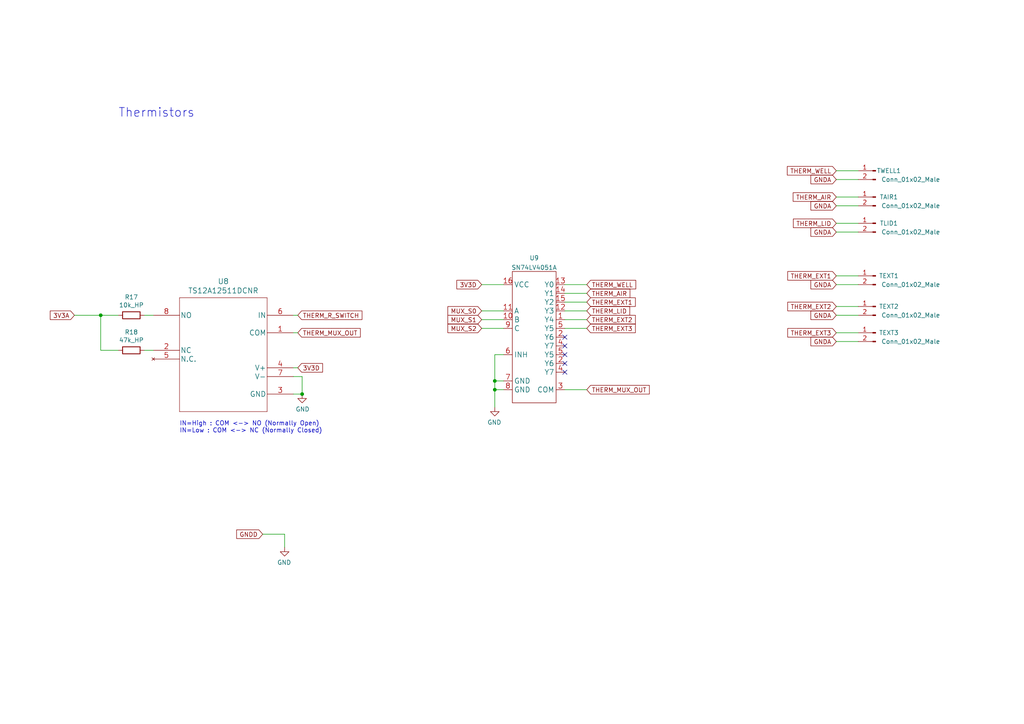
<source format=kicad_sch>
(kicad_sch (version 20211123) (generator eeschema)
  (paper "A4")
  (lib_symbols
    (symbol "Connector:Conn_01x02_Male" (pin_names (offset 1.016) hide)
      (property "Reference" "J" (at 0 2.54 0))
      (property "Value" "Conn_01x02_Male" (at 0 -5.08 0))
      (symbol "Conn_01x02_Male_1_1"
        (polyline (pts (xy 1.27 -2.54) (xy 0.8636 -2.54)) (stroke (width 0.1524)))
        (polyline (pts (xy 1.27 0) (xy 0.8636 0)) (stroke (width 0.1524)))
        (rectangle (start 0.8636 -2.413) (end 0 -2.667) (stroke (width 0.1524)) (fill (type outline)))
        (rectangle (start 0.8636 0.127) (end 0 -0.127) (stroke (width 0.1524)) (fill (type outline)))
        (pin passive line (at 5.08 0 180) (length 3.81) (name "Pin_1") (number "1"))
        (pin passive line (at 5.08 -2.54 180) (length 3.81) (name "Pin_2") (number "2"))
      )
    )
    (symbol "Device:R" (pin_numbers hide) (pin_names (offset 0))
      (property "Reference" "R" (at 2.032 0 90))
      (property "Value" "R" (at 0 0 90))
      (symbol "R_0_1"
        (rectangle (start -1.016 -2.54) (end 1.016 2.54) (stroke (width 0.254)))
      )
      (symbol "R_1_1"
        (pin passive line (at 0 3.81 270) (length 1.27) (name "~") (number "1"))
        (pin passive line (at 0 -3.81 90) (length 1.27) (name "~") (number "2"))
      )
    )
    (symbol "Ninja-qPCR:SN74LV4051A"
      (property "Reference" "U" (at -6.35 5.08 0))
      (property "Value" "SN74LV4051A" (at -6.35 -35.56 0))
      (symbol "SN74LV4051A_0_1"
        (rectangle (start -12.7 3.81) (end 0 -34.29) (stroke (width 0.1524)))
      )
      (symbol "SN74LV4051A_1_1"
        (pin power_in line (at -15.24 -10.16 0) (length 2.54) (name "Y4") (number "1"))
        (pin power_in line (at 2.54 -10.16 180) (length 2.54) (name "B") (number "10"))
        (pin power_in line (at 2.54 -7.62 180) (length 2.54) (name "A") (number "11"))
        (pin power_in line (at -15.24 -7.62 0) (length 2.54) (name "Y3") (number "12"))
        (pin power_in line (at -15.24 0 0) (length 2.54) (name "Y0") (number "13"))
        (pin power_in line (at -15.24 -2.54 0) (length 2.54) (name "Y1") (number "14"))
        (pin power_in line (at -15.24 -5.08 0) (length 2.54) (name "Y2") (number "15"))
        (pin power_in line (at 2.54 0 180) (length 2.54) (name "VCC") (number "16"))
        (pin power_in line (at -15.24 -22.86 0) (length 2.54) (name "Y6") (number "2"))
        (pin power_in line (at -15.24 -15.24 0) (length 2.54) (name "Y6") (number "2"))
        (pin power_in line (at -15.24 -30.48 0) (length 2.54) (name "COM") (number "3"))
        (pin power_in line (at -15.24 -25.4 0) (length 2.54) (name "Y7") (number "4"))
        (pin power_in line (at -15.24 -17.78 0) (length 2.54) (name "Y7") (number "4"))
        (pin power_in line (at -15.24 -20.32 0) (length 2.54) (name "Y5") (number "5"))
        (pin power_in line (at -15.24 -12.7 0) (length 2.54) (name "Y5") (number "5"))
        (pin power_in line (at 2.54 -20.32 180) (length 2.54) (name "INH") (number "6"))
        (pin power_in line (at 2.54 -27.94 180) (length 2.54) (name "GND") (number "7"))
        (pin power_in line (at 2.54 -30.48 180) (length 2.54) (name "GND") (number "8"))
        (pin power_in line (at 2.54 -12.7 180) (length 2.54) (name "C") (number "9"))
      )
    )
    (symbol "Ninja-qPCR:TS12A12511DCNR" (pin_names (offset 0.254))
      (property "Reference" "U" (at 20.32 10.16 0))
      (property "Value" "Ninja-qPCR_TS12A12511DCNR" (at 20.32 7.62 0))
      (symbol "TS12A12511DCNR_1_1"
        (polyline (pts (xy 7.62 -27.94) (xy 33.02 -27.94)) (stroke (width 0.127)))
        (polyline (pts (xy 7.62 5.08) (xy 7.62 -27.94)) (stroke (width 0.127)))
        (polyline (pts (xy 33.02 -27.94) (xy 33.02 5.08)) (stroke (width 0.127)))
        (polyline (pts (xy 33.02 5.08) (xy 7.62 5.08)) (stroke (width 0.127)))
        (pin bidirectional line (at 0 -5.08 0) (length 7.62) (name "COM") (number "1"))
        (pin output line (at 40.64 -10.16 180) (length 7.62) (name "NC") (number "2"))
        (pin power_in line (at 0 -22.86 0) (length 7.62) (name "GND") (number "3"))
        (pin power_in line (at 0 -15.24 0) (length 7.62) (name "V+") (number "4"))
        (pin no_connect line (at 40.64 -12.7 180) (length 7.62) (name "N.C.") (number "5"))
        (pin input line (at 0 0 0) (length 7.62) (name "IN") (number "6"))
        (pin power_in line (at 0 -17.78 0) (length 7.62) (name "V-") (number "7"))
        (pin output line (at 40.64 0 180) (length 7.62) (name "NO") (number "8"))
      )
    )
    (symbol "power:GND" (power) (pin_names (offset 0))
      (property "Value" "GND" (at 0 -3.81 0))
      (symbol "GND_0_1"
        (polyline (pts (xy 0 0) (xy 0 -1.27) (xy 1.27 -1.27) (xy 0 -2.54) (xy -1.27 -1.27) (xy 0 -1.27)))
      )
      (symbol "GND_1_1"
        (pin power_in line (at 0 0 270) (length 0) hide (name "GND") (number "1"))
      )
    )
  )
  (junction (at 29.21 91.44))
  (junction (at 143.51 113.03))
  (junction (at 87.63 114.3))
  (junction (at 143.51 110.49))
  (no_connect (at 163.83 97.79))
  (no_connect (at 163.83 100.33))
  (no_connect (at 163.83 102.87))
  (no_connect (at 163.83 105.41))
  (no_connect (at 163.83 107.95))
  (wire (pts (xy 34.29 101.6) (xy 29.21 101.6)))
  (wire (pts (xy 242.57 49.53) (xy 248.92 49.53)))
  (wire (pts (xy 248.92 82.55) (xy 242.57 82.55)))
  (wire (pts (xy 143.51 113.03) (xy 143.51 118.11)))
  (wire (pts (xy 242.57 64.77) (xy 248.92 64.77)))
  (wire (pts (xy 242.57 96.52) (xy 248.92 96.52)))
  (wire (pts (xy 248.92 67.31) (xy 242.57 67.31)))
  (wire (pts (xy 163.83 85.09) (xy 170.18 85.09)))
  (wire (pts (xy 242.57 80.01) (xy 248.92 80.01)))
  (wire (pts (xy 143.51 102.87) (xy 143.51 110.49)))
  (wire (pts (xy 242.57 88.9) (xy 248.92 88.9)))
  (wire (pts (xy 146.05 92.71) (xy 139.7 92.71)))
  (wire (pts (xy 242.57 91.44) (xy 248.92 91.44)))
  (wire (pts (xy 21.59 91.44) (xy 29.21 91.44)))
  (wire (pts (xy 163.83 82.55) (xy 170.18 82.55)))
  (wire (pts (xy 76.2 154.94) (xy 82.55 154.94)))
  (wire (pts (xy 143.51 113.03) (xy 146.05 113.03)))
  (wire (pts (xy 87.63 109.22) (xy 87.63 114.3)))
  (wire (pts (xy 85.09 96.52) (xy 86.36 96.52)))
  (wire (pts (xy 163.83 90.17) (xy 170.18 90.17)))
  (wire (pts (xy 87.63 114.3) (xy 85.09 114.3)))
  (wire (pts (xy 139.7 82.55) (xy 146.05 82.55)))
  (wire (pts (xy 85.09 109.22) (xy 87.63 109.22)))
  (wire (pts (xy 44.45 91.44) (xy 41.91 91.44)))
  (wire (pts (xy 146.05 95.25) (xy 139.7 95.25)))
  (wire (pts (xy 143.51 110.49) (xy 146.05 110.49)))
  (wire (pts (xy 146.05 90.17) (xy 139.7 90.17)))
  (wire (pts (xy 242.57 52.07) (xy 248.92 52.07)))
  (wire (pts (xy 163.83 92.71) (xy 170.18 92.71)))
  (wire (pts (xy 163.83 95.25) (xy 170.18 95.25)))
  (wire (pts (xy 29.21 91.44) (xy 34.29 91.44)))
  (wire (pts (xy 248.92 59.69) (xy 242.57 59.69)))
  (wire (pts (xy 242.57 99.06) (xy 248.92 99.06)))
  (wire (pts (xy 82.55 154.94) (xy 82.55 158.75)))
  (wire (pts (xy 143.51 110.49) (xy 143.51 113.03)))
  (wire (pts (xy 86.36 91.44) (xy 85.09 91.44)))
  (wire (pts (xy 163.83 87.63) (xy 170.18 87.63)))
  (wire (pts (xy 248.92 57.15) (xy 242.57 57.15)))
  (wire (pts (xy 41.91 101.6) (xy 44.45 101.6)))
  (wire (pts (xy 85.09 106.68) (xy 86.36 106.68)))
  (wire (pts (xy 163.83 113.03) (xy 170.18 113.03)))
  (wire (pts (xy 146.05 102.87) (xy 143.51 102.87)))
  (wire (pts (xy 29.21 101.6) (xy 29.21 91.44)))
  (text "IN=High : COM <-> NO (Normally Open)\nIN=Low : COM <-> NC (Normally Closed)" (at 52.07 125.73 0) (effects (font (size 1.27 1.27)) (justify left bottom)))
  (text "Thermistors" (at 34.29 34.29 0) (effects (font (size 2.54 2.54)) (justify left bottom)))
  (global_label "THERM_EXT2" (shape input) (at 242.57 88.9 180) (property "Intersheet References" "${INTERSHEET_REFS}" (effects hide)))
  (global_label "GNDA" (shape input) (at 242.57 59.69 180) (property "Intersheet References" "${INTERSHEET_REFS}" (effects hide)))
  (global_label "THERM_LID" (shape input) (at 170.18 90.17 0) (property "Intersheet References" "${INTERSHEET_REFS}" (effects hide)))
  (global_label "3V3D" (shape input) (at 139.7 82.55 180) (property "Intersheet References" "${INTERSHEET_REFS}" (effects hide)))
  (global_label "THERM_EXT1" (shape input) (at 242.57 80.01 180) (property "Intersheet References" "${INTERSHEET_REFS}" (effects hide)))
  (global_label "THERM_EXT1" (shape input) (at 170.18 87.63 0) (property "Intersheet References" "${INTERSHEET_REFS}" (effects hide)))
  (global_label "MUX_S1" (shape input) (at 139.7 92.71 180) (property "Intersheet References" "${INTERSHEET_REFS}" (effects hide)))
  (global_label "GNDA" (shape input) (at 242.57 82.55 180) (property "Intersheet References" "${INTERSHEET_REFS}" (effects hide)))
  (global_label "3V3D" (shape input) (at 86.36 106.68 0) (property "Intersheet References" "${INTERSHEET_REFS}" (effects hide)))
  (global_label "THERM_WELL" (shape input) (at 170.18 82.55 0) (property "Intersheet References" "${INTERSHEET_REFS}" (effects hide)))
  (global_label "THERM_MUX_OUT" (shape input) (at 86.36 96.52 0) (property "Intersheet References" "${INTERSHEET_REFS}" (effects hide)))
  (global_label "MUX_S2" (shape input) (at 139.7 95.25 180) (property "Intersheet References" "${INTERSHEET_REFS}" (effects hide)))
  (global_label "THERM_EXT3" (shape input) (at 170.18 95.25 0) (property "Intersheet References" "${INTERSHEET_REFS}" (effects hide)))
  (global_label "THERM_AIR" (shape input) (at 170.18 85.09 0) (property "Intersheet References" "${INTERSHEET_REFS}" (effects hide)))
  (global_label "GNDA" (shape input) (at 242.57 99.06 180) (property "Intersheet References" "${INTERSHEET_REFS}" (effects hide)))
  (global_label "THERM_EXT2" (shape input) (at 170.18 92.71 0) (property "Intersheet References" "${INTERSHEET_REFS}" (effects hide)))
  (global_label "THERM_MUX_OUT" (shape input) (at 170.18 113.03 0) (property "Intersheet References" "${INTERSHEET_REFS}" (effects hide)))
  (global_label "THERM_AIR" (shape input) (at 242.57 57.15 180) (property "Intersheet References" "${INTERSHEET_REFS}" (effects hide)))
  (global_label "THERM_LID" (shape input) (at 242.57 64.77 180) (property "Intersheet References" "${INTERSHEET_REFS}" (effects hide)))
  (global_label "GNDA" (shape input) (at 242.57 91.44 180) (property "Intersheet References" "${INTERSHEET_REFS}" (effects hide)))
  (global_label "THERM_EXT3" (shape input) (at 242.57 96.52 180) (property "Intersheet References" "${INTERSHEET_REFS}" (effects hide)))
  (global_label "3V3A" (shape input) (at 21.59 91.44 180) (property "Intersheet References" "${INTERSHEET_REFS}" (effects hide)))
  (global_label "GNDA" (shape input) (at 242.57 52.07 180) (property "Intersheet References" "${INTERSHEET_REFS}" (effects hide)))
  (global_label "GNDA" (shape input) (at 242.57 67.31 180) (property "Intersheet References" "${INTERSHEET_REFS}" (effects hide)))
  (global_label "THERM_WELL" (shape input) (at 242.57 49.53 180) (property "Intersheet References" "${INTERSHEET_REFS}" (effects hide)))
  (global_label "GNDD" (shape input) (at 76.2 154.94 180) (property "Intersheet References" "${INTERSHEET_REFS}" (effects hide)))
  (global_label "THERM_R_SWITCH" (shape input) (at 86.36 91.44 0) (property "Intersheet References" "${INTERSHEET_REFS}" (effects hide)))
  (global_label "MUX_S0" (shape input) (at 139.7 90.17 180) (property "Intersheet References" "${INTERSHEET_REFS}" (effects hide)))
  (symbol (lib_id "power:GND") (at 82.55 158.75 0) (mirror y) (unit 1)
    (property "Reference" "#PWR011" (effects hide))
    (property "Value" "GND" (at 82.423 163.1442 0))
  )
  (symbol (lib_id "Ninja-qPCR:TS12A12511DCNR") (at 85.09 91.44 0) (mirror y) (unit 1)
    (property "Reference" "U8" (at 64.77 81.6102 0) (effects (font (size 1.524 1.524))))
    (property "Value" "TS12A12511DCNR" (at 64.77 84.3026 0) (effects (font (size 1.524 1.524))))
    (property "Footprint" "Ninja-qPCR:SOT-23-8-8.3mil" (effects hide))
  )
  (symbol (lib_id "power:GND") (at 87.63 114.3 0) (unit 1)
    (property "Reference" "#PWR09" (effects hide))
    (property "Value" "GND" (at 87.757 118.6942 0))
  )
  (symbol (lib_id "Device:R") (at 38.1 101.6 90) (mirror x) (unit 1)
    (property "Reference" "R18" (at 38.1 96.3422 90))
    (property "Value" "47k_HP" (at 38.1 98.6536 90))
    (property "Footprint" "Resistor_SMD:R_0603_1608Metric" (effects hide))
  )
  (symbol (lib_id "Device:R") (at 38.1 91.44 90) (mirror x) (unit 1)
    (property "Reference" "R17" (at 38.1 86.1822 90))
    (property "Value" "10k_HP" (at 38.1 88.4936 90))
    (property "Footprint" "Resistor_SMD:R_0603_1608Metric" (effects hide))
  )
  (symbol (lib_id "Connector:Conn_01x02_Male") (at 254 80.01 0) (mirror y) (unit 1)
    (property "Reference" "TEXT1" (at 257.81 80.01 0))
    (property "Value" "Conn_01x02_Male" (at 264.16 82.55 0))
    (property "Footprint" "Pin_Headers:Pin_Header_Straight_1x02_Pitch2.54mm" (effects hide))
  )
  (symbol (lib_id "Connector:Conn_01x02_Male") (at 254 64.77 0) (mirror y) (unit 1)
    (property "Reference" "TLID1" (at 257.81 64.77 0))
    (property "Value" "Conn_01x02_Male" (at 264.16 67.31 0))
    (property "Footprint" "Pin_Headers:Pin_Header_Straight_1x02_Pitch2.54mm" (effects hide))
  )
  (symbol (lib_id "Connector:Conn_01x02_Male") (at 254 88.9 0) (mirror y) (unit 1)
    (property "Reference" "TEXT2" (at 257.81 88.9 0))
    (property "Value" "Conn_01x02_Male" (at 264.16 91.44 0))
    (property "Footprint" "Pin_Headers:Pin_Header_Straight_1x02_Pitch2.54mm" (effects hide))
  )
  (symbol (lib_id "Connector:Conn_01x02_Male") (at 254 57.15 0) (mirror y) (unit 1)
    (property "Reference" "TAIR1" (at 257.81 57.15 0))
    (property "Value" "Conn_01x02_Male" (at 264.16 59.69 0))
    (property "Footprint" "Connector_PinHeader_2.54mm:PinHeader_1x02_P2.54mm_Vertical" (effects hide))
  )
  (symbol (lib_id "Connector:Conn_01x02_Male") (at 254 49.53 0) (mirror y) (unit 1)
    (property "Reference" "TWELL1" (at 257.81 49.53 0))
    (property "Value" "Conn_01x02_Male" (at 264.16 52.07 0))
    (property "Footprint" "Pin_Headers:Pin_Header_Straight_1x02_Pitch2.54mm" (effects hide))
  )
  (symbol (lib_id "Connector:Conn_01x02_Male") (at 254 96.52 0) (mirror y) (unit 1)
    (property "Reference" "TEXT3" (at 257.81 96.52 0))
    (property "Value" "Conn_01x02_Male" (at 264.16 99.06 0))
    (property "Footprint" "Pin_Headers:Pin_Header_Straight_1x02_Pitch2.54mm" (effects hide))
  )
  (symbol (lib_id "power:GND") (at 143.51 118.11 0) (mirror y) (unit 1)
    (property "Reference" "#PWR0117" (effects hide))
    (property "Value" "GND" (at 143.383 122.5042 0))
  )
  (symbol (lib_id "Ninja-qPCR:SN74LV4051A") (at 148.59 82.55 0) (mirror y) (unit 1)
    (property "Reference" "U9" (at 154.94 74.8243 0))
    (property "Value" "SN74LV4051A" (at 154.94 77.5994 0))
    (property "Footprint" "Package_SO:SOIC-16_3.9x9.9mm_P1.27mm" (effects hide))
  )
)
</source>
